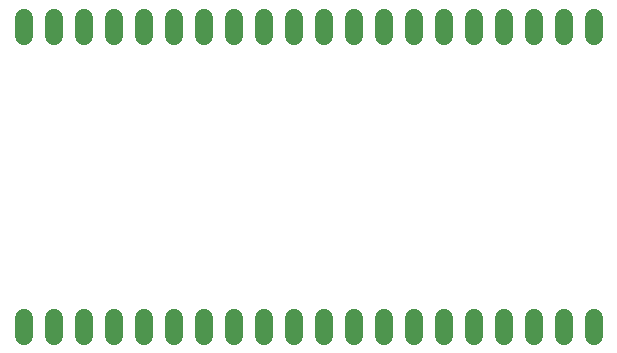
<source format=gbl>
G75*
%MOIN*%
%OFA0B0*%
%FSLAX25Y25*%
%IPPOS*%
%LPD*%
%AMOC8*
5,1,8,0,0,1.08239X$1,22.5*
%
%ADD10C,0.06000*%
D10*
X0011604Y0006300D02*
X0011604Y0012300D01*
X0021604Y0012300D02*
X0021604Y0006300D01*
X0031604Y0006300D02*
X0031604Y0012300D01*
X0041604Y0012300D02*
X0041604Y0006300D01*
X0051604Y0006300D02*
X0051604Y0012300D01*
X0061604Y0012300D02*
X0061604Y0006300D01*
X0071604Y0006300D02*
X0071604Y0012300D01*
X0081604Y0012300D02*
X0081604Y0006300D01*
X0091604Y0006300D02*
X0091604Y0012300D01*
X0101604Y0012300D02*
X0101604Y0006300D01*
X0111604Y0006300D02*
X0111604Y0012300D01*
X0121604Y0012300D02*
X0121604Y0006300D01*
X0131604Y0006300D02*
X0131604Y0012300D01*
X0141604Y0012300D02*
X0141604Y0006300D01*
X0151604Y0006300D02*
X0151604Y0012300D01*
X0161604Y0012300D02*
X0161604Y0006300D01*
X0171604Y0006300D02*
X0171604Y0012300D01*
X0181604Y0012300D02*
X0181604Y0006300D01*
X0191604Y0006300D02*
X0191604Y0012300D01*
X0201604Y0012300D02*
X0201604Y0006300D01*
X0201604Y0106300D02*
X0201604Y0112300D01*
X0191604Y0112300D02*
X0191604Y0106300D01*
X0181604Y0106300D02*
X0181604Y0112300D01*
X0171604Y0112300D02*
X0171604Y0106300D01*
X0161604Y0106300D02*
X0161604Y0112300D01*
X0151604Y0112300D02*
X0151604Y0106300D01*
X0141604Y0106300D02*
X0141604Y0112300D01*
X0131604Y0112300D02*
X0131604Y0106300D01*
X0121604Y0106300D02*
X0121604Y0112300D01*
X0111604Y0112300D02*
X0111604Y0106300D01*
X0101604Y0106300D02*
X0101604Y0112300D01*
X0091604Y0112300D02*
X0091604Y0106300D01*
X0081604Y0106300D02*
X0081604Y0112300D01*
X0071604Y0112300D02*
X0071604Y0106300D01*
X0061604Y0106300D02*
X0061604Y0112300D01*
X0051604Y0112300D02*
X0051604Y0106300D01*
X0041604Y0106300D02*
X0041604Y0112300D01*
X0031604Y0112300D02*
X0031604Y0106300D01*
X0021604Y0106300D02*
X0021604Y0112300D01*
X0011604Y0112300D02*
X0011604Y0106300D01*
M02*

</source>
